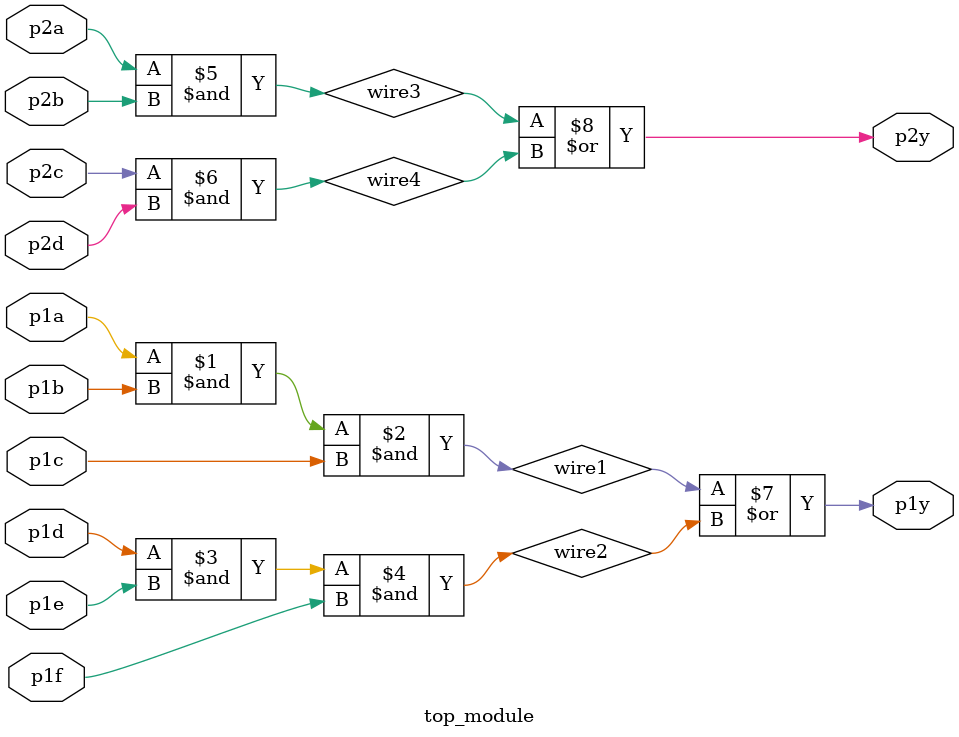
<source format=sv>
module top_module(
	input p1a, 
	input p1b, 
	input p1c, 
	input p1d,
	input p1e,
	input p1f,
	output p1y, 
	input p2a, 
	input p2b, 
	input p2c, 
	input p2d, 
	output p2y
);

	wire wire1, wire2, wire3, wire4;

	assign wire1 = p1a & p1b & p1c;
	assign wire2 = p1d & p1e & p1f;
	assign wire3 = p2a & p2b;
	assign wire4 = p2c & p2d;

	assign p1y = wire1 | wire2;
	assign p2y = wire3 | wire4;

endmodule

</source>
